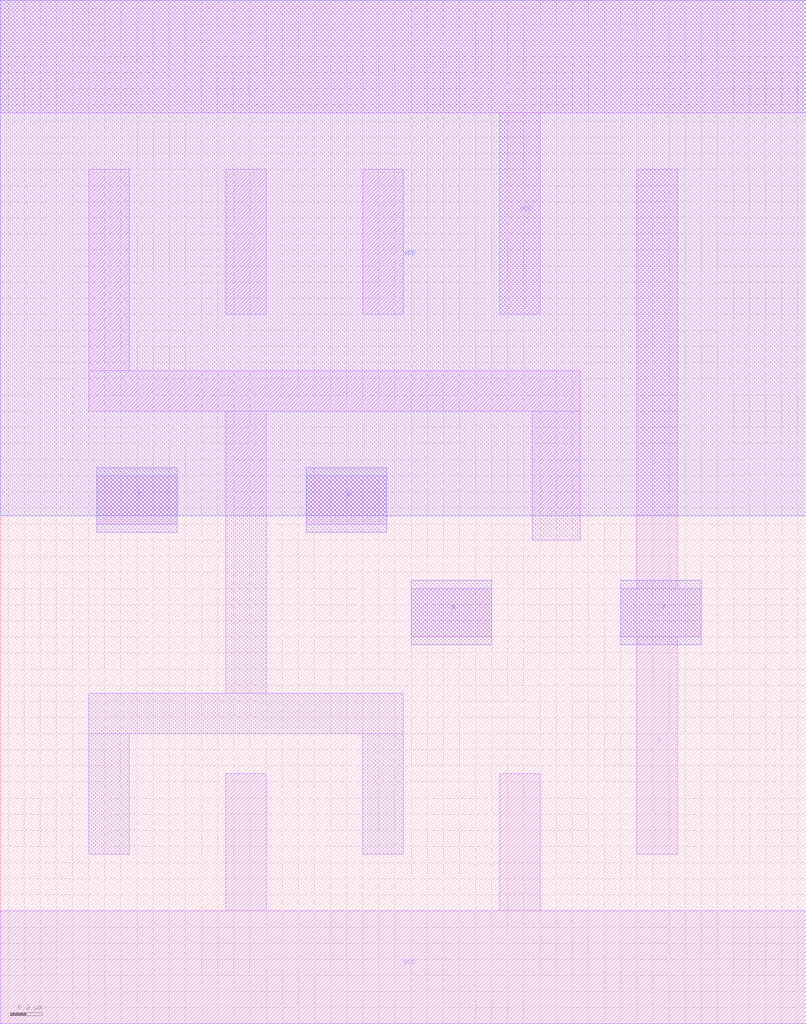
<source format=lef>
VERSION 5.7 ;
  NOWIREEXTENSIONATPIN ON ;
  DIVIDERCHAR "/" ;
  BUSBITCHARS "[]" ;
MACRO gf180mcu_osu_sc_gp9t3v3__or3_1
  CLASS CORE ;
  FOREIGN gf180mcu_osu_sc_gp9t3v3__or3_1 ;
  ORIGIN -5.250 0.000 ;
  SIZE 5.000 BY 6.350 ;
  SYMMETRY XY ;
  SITE gf180mcu_osu_sc_gp9t3v3 ;
  PIN A
    ANTENNAGATEAREA 0.765000 ;
    PORT
      LAYER Metal1 ;
        RECT 7.800 2.400 8.300 2.700 ;
      LAYER Metal2 ;
        RECT 7.800 2.350 8.300 2.750 ;
    END
  END A
  PIN B
    ANTENNAGATEAREA 0.765000 ;
    PORT
      LAYER Metal1 ;
        RECT 7.150 3.100 7.650 3.400 ;
      LAYER Metal2 ;
        RECT 7.150 3.050 7.650 3.450 ;
    END
  END B
  PIN C
    ANTENNAGATEAREA 0.765000 ;
    PORT
      LAYER Metal1 ;
        RECT 5.850 3.100 6.350 3.400 ;
      LAYER Metal2 ;
        RECT 5.850 3.050 6.350 3.450 ;
    END
  END C
  PIN VDD
    USE POWER ;
    PORT
      LAYER Nwell ;
        RECT 5.250 3.150 10.250 6.350 ;
      LAYER Metal1 ;
        RECT 5.250 5.650 10.250 6.350 ;
        RECT 8.350 4.400 8.600 5.650 ;
    END
  END VDD
  PIN Y
    ANTENNADIFFAREA 1.275000 ;
    PORT
      LAYER Metal1 ;
        RECT 9.200 2.700 9.450 5.300 ;
        RECT 9.100 2.400 9.600 2.700 ;
        RECT 9.200 1.050 9.450 2.400 ;
      LAYER Metal2 ;
        RECT 9.100 2.350 9.600 2.750 ;
    END
  END Y
  PIN VSS
    USE GROUND ;
    PORT
      LAYER Metal1 ;
        RECT 6.650 0.700 6.900 1.550 ;
        RECT 8.350 0.700 8.600 1.550 ;
        RECT 5.250 0.000 10.250 0.700 ;
    END
  END VSS
  OBS
      LAYER Metal1 ;
        RECT 5.800 4.050 6.050 5.300 ;
        RECT 6.650 4.400 6.900 5.300 ;
        RECT 7.500 4.400 7.750 5.300 ;
        RECT 5.800 3.800 8.850 4.050 ;
        RECT 6.650 2.050 6.900 3.800 ;
        RECT 8.550 3.000 8.850 3.800 ;
        RECT 5.800 1.800 7.750 2.050 ;
        RECT 5.800 1.050 6.050 1.800 ;
        RECT 7.500 1.050 7.750 1.800 ;
  END
END gf180mcu_osu_sc_gp9t3v3__or3_1
END LIBRARY


</source>
